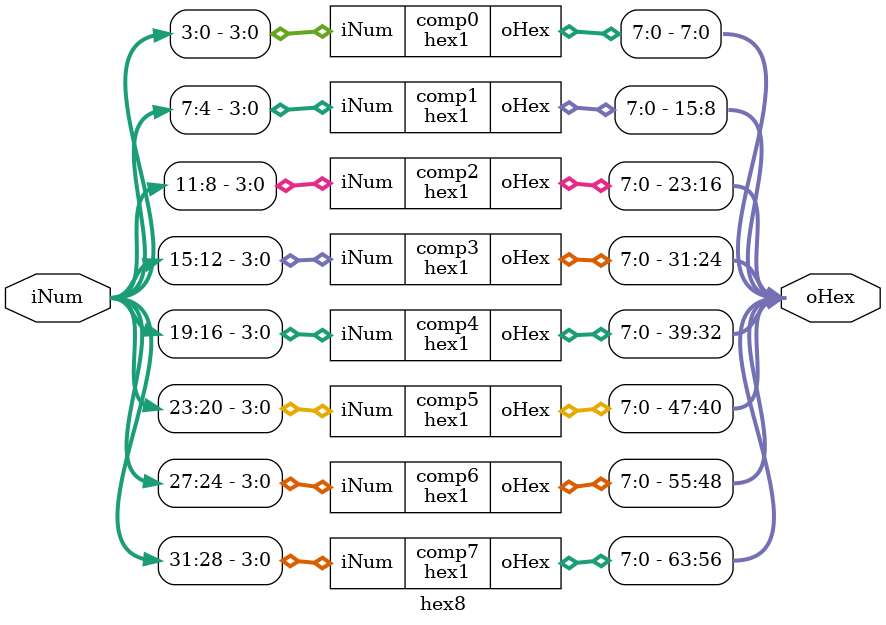
<source format=v>
/*
* 8 segment LED encoding modules
* This converts unsigned interger to code of common anode 8 segment LED, in 1 digit, 4 digits and 8 digits
* @Author: Macrobull
* @Project: DE2-70 Audio Effector and Visualization
* @Date: July 2014
* @Github: https://github.com/MacroBull/10189020-FPGA_application_work
*/

module hex1(oHex, 
	iNum);
	
	output	[7:0]	oHex;
	
	input	[3:0]	iNum;
	
	assign	oHex = (iNum == 4'h0)?8'b11000000:
		(iNum == 4'h1)?8'b11111001:
		(iNum == 4'h2)?8'b10100100:
		(iNum == 4'h3)?8'b10110000:
		(iNum == 4'h4)?8'b10011001:
		(iNum == 4'h5)?8'b10010010:
		(iNum == 4'h6)?8'b10000010:
		(iNum == 4'h7)?8'b11111000:
		(iNum == 4'h8)?8'b10000000:
		(iNum == 4'h9)?8'b10010000:
		(iNum == 4'ha)?8'b10001000:
		(iNum == 4'hb)?8'b10000011:
		(iNum == 4'hc)?8'b10100111:
		(iNum == 4'hd)?8'b10100001:
		(iNum == 4'he)?8'b10000110:
		(iNum == 4'hf)?8'b10001110:
		8'b11111111;
	
endmodule

module hex4(oHex, 
	iNum);
	
	output	[31:0]	oHex;
	
	input	[15:0]	iNum;
	
	hex1	comp0(oHex[7:0], iNum[3:0]);
	hex1	comp1(oHex[15:8], iNum[7:4]);
	hex1	comp2(oHex[23:16], iNum[11:8]);
	hex1	comp3(oHex[31:24], iNum[15:12]);
	
endmodule

module hex8(oHex, 
	iNum);
	
	output	[63:0]	oHex;
	
	input	[31:0]	iNum;
	
	hex1	comp0(oHex[7:0], iNum[3:0]);
	hex1	comp1(oHex[15:8], iNum[7:4]);
	hex1	comp2(oHex[23:16], iNum[11:8]);
	hex1	comp3(oHex[31:24], iNum[15:12]);
	hex1	comp4(oHex[32 + 7:32 + 0], iNum[19:16]);
	hex1	comp5(oHex[32 + 15:32 + 8], iNum[23:20]);
	hex1	comp6(oHex[32 + 23:32 + 16], iNum[27:24]);
	hex1	comp7(oHex[32 + 31:32 + 24], iNum[31:28]);
	
endmodule
</source>
